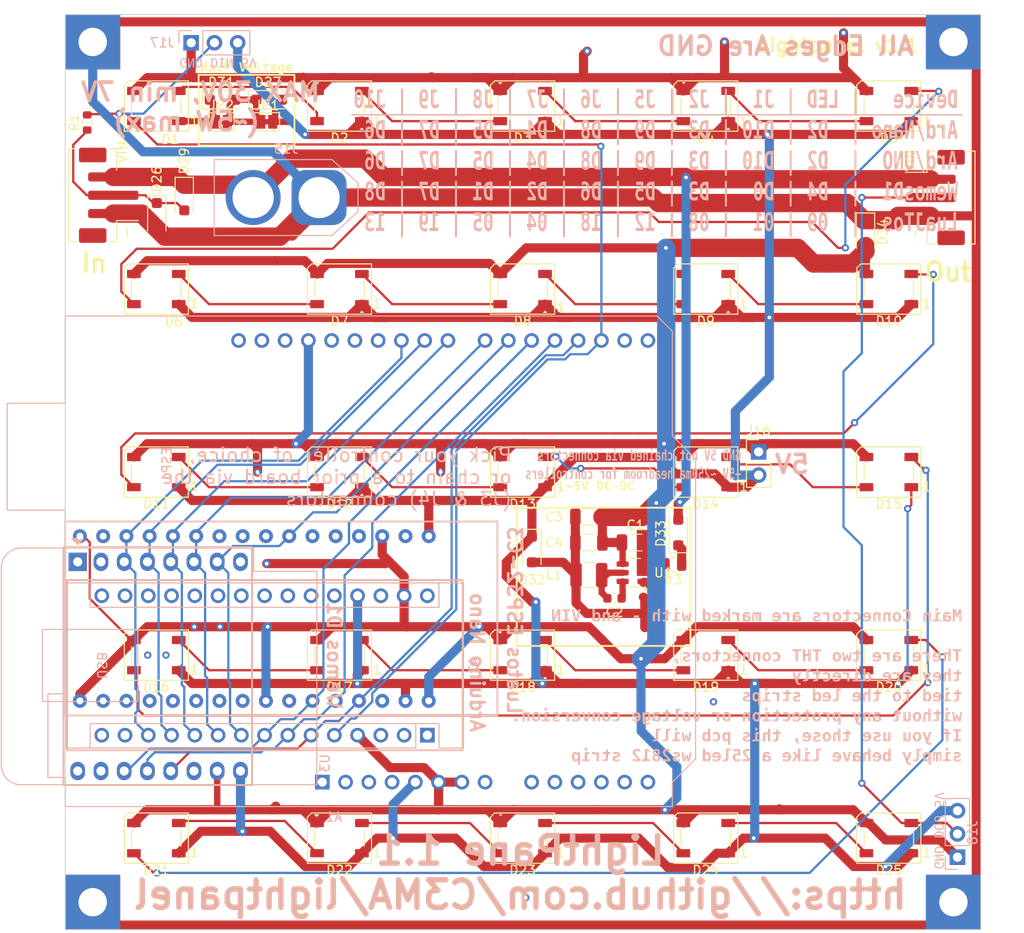
<source format=kicad_pcb>
(kicad_pcb
	(version 20240108)
	(generator "pcbnew")
	(generator_version "8.0")
	(general
		(thickness 1.6)
		(legacy_teardrops no)
	)
	(paper "A4")
	(layers
		(0 "F.Cu" signal)
		(31 "B.Cu" signal)
		(32 "B.Adhes" user "B.Adhesive")
		(33 "F.Adhes" user "F.Adhesive")
		(34 "B.Paste" user)
		(35 "F.Paste" user)
		(36 "B.SilkS" user "B.Silkscreen")
		(37 "F.SilkS" user "F.Silkscreen")
		(38 "B.Mask" user)
		(39 "F.Mask" user)
		(40 "Dwgs.User" user "User.Drawings")
		(41 "Cmts.User" user "User.Comments")
		(42 "Eco1.User" user "User.Eco1")
		(43 "Eco2.User" user "User.Eco2")
		(44 "Edge.Cuts" user)
		(45 "Margin" user)
		(46 "B.CrtYd" user "B.Courtyard")
		(47 "F.CrtYd" user "F.Courtyard")
		(48 "B.Fab" user)
		(49 "F.Fab" user)
		(50 "User.1" user)
		(51 "User.2" user)
		(52 "User.3" user)
		(53 "User.4" user)
		(54 "User.5" user)
		(55 "User.6" user)
		(56 "User.7" user)
		(57 "User.8" user)
		(58 "User.9" user)
	)
	(setup
		(stackup
			(layer "F.SilkS"
				(type "Top Silk Screen")
			)
			(layer "F.Paste"
				(type "Top Solder Paste")
			)
			(layer "F.Mask"
				(type "Top Solder Mask")
				(thickness 0.01)
			)
			(layer "F.Cu"
				(type "copper")
				(thickness 0.035)
			)
			(layer "dielectric 1"
				(type "core")
				(thickness 1.51)
				(material "FR4")
				(epsilon_r 4.5)
				(loss_tangent 0.02)
			)
			(layer "B.Cu"
				(type "copper")
				(thickness 0.035)
			)
			(layer "B.Mask"
				(type "Bottom Solder Mask")
				(thickness 0.01)
			)
			(layer "B.Paste"
				(type "Bottom Solder Paste")
			)
			(layer "B.SilkS"
				(type "Bottom Silk Screen")
			)
			(copper_finish "None")
			(dielectric_constraints no)
		)
		(pad_to_mask_clearance 0)
		(allow_soldermask_bridges_in_footprints no)
		(pcbplotparams
			(layerselection 0x00010fc_ffffffff)
			(plot_on_all_layers_selection 0x0000000_00000000)
			(disableapertmacros no)
			(usegerberextensions no)
			(usegerberattributes yes)
			(usegerberadvancedattributes yes)
			(creategerberjobfile yes)
			(dashed_line_dash_ratio 12.000000)
			(dashed_line_gap_ratio 3.000000)
			(svgprecision 6)
			(plotframeref no)
			(viasonmask no)
			(mode 1)
			(useauxorigin no)
			(hpglpennumber 1)
			(hpglpenspeed 20)
			(hpglpendiameter 15.000000)
			(pdf_front_fp_property_popups yes)
			(pdf_back_fp_property_popups yes)
			(dxfpolygonmode yes)
			(dxfimperialunits yes)
			(dxfusepcbnewfont yes)
			(psnegative no)
			(psa4output no)
			(plotreference yes)
			(plotvalue yes)
			(plotfptext yes)
			(plotinvisibletext no)
			(sketchpadsonfab no)
			(subtractmaskfromsilk no)
			(outputformat 1)
			(mirror no)
			(drillshape 0)
			(scaleselection 1)
			(outputdirectory "fabv4")
		)
	)
	(net 0 "")
	(net 1 "unconnected-(A1-NC-Pad1)")
	(net 2 "unconnected-(A1-IOREF-Pad2)")
	(net 3 "unconnected-(A1-~{RESET}-Pad3)")
	(net 4 "unconnected-(A1-3V3-Pad4)")
	(net 5 "unconnected-(A1-VIN-Pad8)")
	(net 6 "unconnected-(A1-A0-Pad9)")
	(net 7 "unconnected-(A1-A1-Pad10)")
	(net 8 "unconnected-(A1-A2-Pad11)")
	(net 9 "unconnected-(A1-A3-Pad12)")
	(net 10 "unconnected-(A1-SDA{slash}A4-Pad13)")
	(net 11 "unconnected-(A1-SCL{slash}A5-Pad14)")
	(net 12 "unconnected-(A1-D0{slash}RX-Pad15)")
	(net 13 "5V")
	(net 14 "GND")
	(net 15 "VIN")
	(net 16 "unconnected-(A1-D1{slash}TX-Pad16)")
	(net 17 "unconnected-(A1-D11-Pad26)")
	(net 18 "unconnected-(A1-D12-Pad27)")
	(net 19 "unconnected-(A1-D13-Pad28)")
	(net 20 "unconnected-(A1-AREF-Pad30)")
	(net 21 "unconnected-(A1-SDA{slash}A4-Pad31)")
	(net 22 "unconnected-(A1-SCL{slash}A5-Pad32)")
	(net 23 "unconnected-(A2-TX1-Pad1)")
	(net 24 "unconnected-(A2-RX1-Pad2)")
	(net 25 "unconnected-(A2-~{RESET}-Pad3)")
	(net 26 "unconnected-(A2-MOSI-Pad14)")
	(net 27 "unconnected-(A2-MISO-Pad15)")
	(net 28 "unconnected-(A2-SCK-Pad16)")
	(net 29 "unconnected-(A2-AREF-Pad18)")
	(net 30 "unconnected-(A2-A0-Pad19)")
	(net 31 "unconnected-(A2-A1-Pad20)")
	(net 32 "unconnected-(A2-A2-Pad21)")
	(net 33 "unconnected-(A2-A3-Pad22)")
	(net 34 "unconnected-(A2-SDA{slash}A4-Pad23)")
	(net 35 "unconnected-(A2-SCL{slash}A5-Pad24)")
	(net 36 "unconnected-(A2-A6-Pad25)")
	(net 37 "unconnected-(A2-A7-Pad26)")
	(net 38 "unconnected-(A2-~{RESET}-Pad28)")
	(net 39 "unconnected-(A2-VIN-Pad30)")
	(net 40 "Net-(U1-BST)")
	(net 41 "Net-(U1-SW)")
	(net 42 "Net-(D1-DOUT)")
	(net 43 "Net-(D2-DOUT)")
	(net 44 "Net-(D3-DOUT)")
	(net 45 "Net-(D4-DOUT)")
	(net 46 "Net-(D5-DOUT)")
	(net 47 "Net-(D6-DOUT)")
	(net 48 "Net-(D7-DOUT)")
	(net 49 "Net-(D8-DOUT)")
	(net 50 "Net-(D10-DIN)")
	(net 51 "Net-(D10-DOUT)")
	(net 52 "Net-(D11-DOUT)")
	(net 53 "Net-(D12-DOUT)")
	(net 54 "Net-(D13-DOUT)")
	(net 55 "Net-(D14-DOUT)")
	(net 56 "Net-(D15-DOUT)")
	(net 57 "Net-(D16-DOUT)")
	(net 58 "Net-(D17-DOUT)")
	(net 59 "Net-(D18-DOUT)")
	(net 60 "Net-(D19-DOUT)")
	(net 61 "Net-(D20-DOUT)")
	(net 62 "Net-(D21-DOUT)")
	(net 63 "Net-(D22-DOUT)")
	(net 64 "Net-(D23-DOUT)")
	(net 65 "Net-(D24-DOUT)")
	(net 66 "LDumbOut")
	(net 67 "unconnected-(ESP1-IO00-Pad2)")
	(net 68 "Lin")
	(net 69 "LOut")
	(net 70 "Do1")
	(net 71 "Do2")
	(net 72 "Do3")
	(net 73 "Do4")
	(net 74 "Do5")
	(net 75 "Do6")
	(net 76 "Do7")
	(net 77 "unconnected-(ESP1-RX0-Pad8)")
	(net 78 "unconnected-(ESP1-TX0-Pad9)")
	(net 79 "LDumb")
	(net 80 "unconnected-(ESP1-NC-Pad11)")
	(net 81 "unconnected-(ESP1-EN-Pad12)")
	(net 82 "unconnected-(ESP1-3.3V-Pad13)")
	(net 83 "unconnected-(ESP1-PEB-Pad15)")
	(net 84 "unconnected-(A2-3V3-Pad17)")
	(net 85 "unconnected-(ESP1-IO02-Pad19)")
	(net 86 "unconnected-(ESP1-IO03-Pad20)")
	(net 87 "unconnected-(ESP1-IO10-Pad21)")
	(net 88 "unconnected-(ESP1-IO06-Pad22)")
	(net 89 "unconnected-(ESP1-IO07-Pad23)")
	(net 90 "unconnected-(ESP1-IO11-Pad24)")
	(net 91 "unconnected-(ESP1-3.3V-Pad26)")
	(net 92 "unconnected-(U3-~{RST}-Pad1)")
	(net 93 "unconnected-(U3-A0-Pad2)")
	(net 94 "unconnected-(U3-RX-Pad15)")
	(net 95 "unconnected-(U3-TX-Pad16)")
	(net 96 "Net-(U1-EN)")
	(net 97 "Net-(D1-VDD)")
	(net 98 "Net-(D27-K)")
	(net 99 "GND_IN")
	(net 100 "Net-(D33-K)")
	(net 101 "unconnected-(ESP1-3.3V-Pad18)")
	(net 102 "Net-(D32-A)")
	(net 103 "unconnected-(ESP1-IO09-Pad30)")
	(net 104 "unconnected-(U3-3V3-Pad8)")
	(net 105 "unconnected-(U3-D4-Pad11)")
	(footprint "Library:Solder_Screw_Mount" (layer "F.Cu") (at 53 147))
	(footprint "Diode_SMD:D_SOD-123F" (layer "F.Cu") (at 63 70 -90))
	(footprint "Capacitor_SMD:C_1206_3216Metric" (layer "F.Cu") (at 107.188 104.902))
	(footprint "Diode_SMD:D_SOD-123F" (layer "F.Cu") (at 116.95 106.6 90))
	(footprint "LED_SMD:LED_WS2812B_PLCC4_5.0x5.0mm_P3.2mm" (layer "F.Cu") (at 139.95 140 180))
	(footprint "Package_TO_SOT_SMD:TSOT-23-6" (layer "F.Cu") (at 112.014 110.998 180))
	(footprint "LED_SMD:LED_WS2812B_PLCC4_5.0x5.0mm_P3.2mm" (layer "F.Cu") (at 119.95 60 180))
	(footprint "Jumper:SolderJumper-2_P1.3mm_Bridged_Pad1.0x1.5mm" (layer "F.Cu") (at 67.056 61.722))
	(footprint "LED_SMD:LED_WS2812B_PLCC4_5.0x5.0mm_P3.2mm" (layer "F.Cu") (at 119.95 80 180))
	(footprint "LED_SMD:LED_WS2812B_PLCC4_5.0x5.0mm_P3.2mm" (layer "F.Cu") (at 139.95 120 180))
	(footprint "LED_SMD:LED_WS2812B_PLCC4_5.0x5.0mm_P3.2mm" (layer "F.Cu") (at 59.95 140 180))
	(footprint "Connector_JST:JST_PH_B3B-PH-SM4-TB_1x03-1MP_P2.00mm_Vertical" (layer "F.Cu") (at 54.75 69.75 90))
	(footprint "LED_SMD:LED_WS2812B_PLCC4_5.0x5.0mm_P3.2mm" (layer "F.Cu") (at 99.95 100 180))
	(footprint "Diode_SMD:D_SOD-123F" (layer "F.Cu") (at 60 72 -90))
	(footprint "LED_SMD:LED_WS2812B_PLCC4_5.0x5.0mm_P3.2mm" (layer "F.Cu") (at 99.95 140 180))
	(footprint "LED_SMD:LED_WS2812B_PLCC4_5.0x5.0mm_P3.2mm" (layer "F.Cu") (at 99.95 60 180))
	(footprint "LED_SMD:LED_WS2812B_PLCC4_5.0x5.0mm_P3.2mm" (layer "F.Cu") (at 139.95 100 180))
	(footprint "Diode_SMD:D_SOD-123F" (layer "F.Cu") (at 72.266 59.309))
	(footprint "Library:Solder_Screw_Mount" (layer "F.Cu") (at 147 147))
	(footprint "LED_SMD:LED_WS2812B_PLCC4_5.0x5.0mm_P3.2mm" (layer "F.Cu") (at 119.95 120 180))
	(footprint "LED_SMD:LED_WS2812B_PLCC4_5.0x5.0mm_P3.2mm" (layer "F.Cu") (at 79.95 60 180))
	(footprint "LED_SMD:LED_WS2812B_PLCC4_5.0x5.0mm_P3.2mm" (layer "F.Cu") (at 79.95 80 180))
	(footprint "Diode_SMD:D_SOD-123F" (layer "F.Cu") (at 137.4 73.9 -90))
	(footprint "Library:Solder_Screw_Mount" (layer "F.Cu") (at 53 53))
	(footprint "LED_SMD:LED_WS2812B_PLCC4_5.0x5.0mm_P3.2mm" (layer "F.Cu") (at 59.95 100 180))
	(footprint "LED_SMD:LED_WS2812B_PLCC4_5.0x5.0mm_P3.2mm" (layer "F.Cu") (at 59.95 60 180))
	(footprint "LED_SMD:LED_WS2812B_PLCC4_5.0x5.0mm_P3.2mm" (layer "F.Cu") (at 99.95 80 180))
	(footprint "LED_SMD:LED_WS2812B_PLCC4_5.0x5.0mm_P3.2mm" (layer "F.Cu") (at 119.95 100 180))
	(footprint "LED_SMD:LED_WS2812B_PLCC4_5.0x5.0mm_P3.2mm" (layer "F.Cu") (at 79.95 140 180))
	(footprint "Connector_JST:JST_PH_B3B-PH-SM4-TB_1x03-1MP_P2.00mm_Vertical" (layer "F.Cu") (at 145 70 -90))
	(footprint "Resistor_SMD:R_0805_2012Metric" (layer "F.Cu") (at 116.4125 110.1 180))
	(footprint "Connector_PinHeader_2.54mm:PinHeader_1x02_P2.54mm_Vertical" (layer "F.Cu") (at 125.73 97.79))
	(footprint "LED_SMD:LED_WS2812B_PLCC4_5.0x5.0mm_P3.2mm" (layer "F.Cu") (at 59.95 80 180))
	(footprint "Diode_SMD:D_SOD-123F"
		(layer "F.Cu")
		(uuid "99f7f4b3-7c3e-491a-96ed-ea24445cf2d6")
		(at 100.965 108.461 -90)
		(descr "D_SOD-123F")
		(tags "D_SOD-123F")
		(property "Reference" "D32"
			(at 3.299 0 180)
			(layer "F.SilkS")
			(uuid "d2545ace-03cd-46ed-9f58-97c403344557")
			(effects
				(font
					(size 1 1)
					(thickness 0.15)
				)
			)
		)
		(property "Value" "1A 5uA@1kV"
			(at 0 2.1 90)
			(layer "F.Fab")
			(uuid "1e53346a-1893-4871-9df5-f67eee9e6e38")
			(effects
				(font
					(size 1 1)
					(thickness 0.15)
				)
			)
		)
		(property "Footprint" "Diode_SMD:D_SOD-123F"
			(at 0 0 -90)
			(layer "F.Fab")
			(hide yes)
			(uuid "d226071a-ca68-4a64-a1fa-281126294309")
			(effects
				(font
					(size 1.27 1.27)
					(thickness 0.15)
				)
			)
		)
		(property "Datasheet" ""
			(at 0 0 -90)
			(layer "F.Fab")
			(hide yes)
			(uuid "f7d2f355-e620-408e-8ca1-afc24e0448fb")
			(effects
				(font
					(size 1.27 1.27)
					(thickness 0.15)
				)
			)
		)
		(property "Description" ""
			(at 0 0 -90)
			(layer "F.Fab")
			(hide yes)
			(uuid "9f8bbe72-4b1c-499e-9939-2457b0c6578e")
			(effects
				(font
					(size 1.27 1.27)
					(thickness 0.15)
				)
			)
		)
		(property "LCSC" "C64898"
			(at -7.496 209.426 0)
			(layer "F.Fab")
			(hide yes)
			(uuid "d08455f3-5557-4b54-98d2-634d324d9d61")
			(effects
				(font
					(size 1 1)
					(thickness 0.15)
				)
			)
		)
		(property "Sim.Device" "D"
			(at -7.496 209.426 0)
			(layer "F.Fab")
			(hide yes)
			(uuid "68d2f835-b949-4a7b-8f05-3f10042801cf")
			(effects
				(font
					(size 1 1)
					(thickness 0.15)
				)
			)
		)
		(property "Sim.Pins" "1=K 2=A"
			(at -7.496 209.426 0)
			(layer "F.Fab")
			(hide yes)
			(uuid "047293d3-359b-4a6e-a31c-ef1ea0d8337f")
			(effects
				(font
					(size 1 1)
					(thickness 0.15)
				)
			)
		)
		(property ki_fp_filters "TO-???* *_Diode_* *SingleDiode* D_*")
		(path "/fa8145dc-e9d8-4652-ab10-0c8092742c25")
		(sheetname "Root")
		(sheetfile "lig.kicad_sch")
		(attr smd)
		(fp_line
			(start -2.21 1)
			(end 1.65 1)
			(stroke
				(width 0.12)
				(type solid)
			)
			(layer "F.SilkS")
			(uuid "d2e775aa-ba22-4f85-9e85-2960f60bf2a4")
		)
		(fp_line
			(start -2.21 -1)
			(end -2.21 1)
			(stroke
				(width 0.12)
				(type solid)
			)
			(layer "F.SilkS")
			(uuid "3636f0f0-738d-41fa-85a0-89ce278cbeff")
		)
		(fp_line
			(start -2.21 -1)
			(end 1.65 -1)
			(stroke
				(width 0.12)
				(type solid)
			)
			(layer "F.SilkS")
			(uuid "ffa1f952-89bf-4455-8b1c-0e0990a7c567")
		)
		(fp_line
			(start 2.2 1.15)
			(end -2.2 1.15)
			(stroke
				(width 0.05)
				(type solid)
			)
			(layer "F.CrtYd")
			(uuid "7bb3ce8f-b52d-4a0f-b6da-0ac55d2ddabb")
		)
		(fp_line
			(start -2.2 -1.15)
			(end -2.2 1.15)
			(stroke
				(width 0.05)
				(type solid)
			)
			(layer "F.CrtYd")
			(uuid "1e6de3ab-4ba3-40c7-928b-7f7cd1d6bcbb")
		)
		(fp_line
			(start -2.2 -1.15)
			(end 2.2 -1.15)
			(stroke
				(width 0.05)
				(type solid)
			)
			(layer "F.CrtYd")
			(uuid "30734fa1-3226-407f-a00c-ace497405728")
		)
		(fp_line
			(start 2.2 -1.15)
			(end 2.2 1.15)
			(stroke
				(width 0.05)
				(type solid)
			)
			(layer "F.CrtYd")
			(uuid "2ae1610a-c7ae-4822-9258-44cdbe306df4")
		)
		(fp_line
			(start -1.4 0.9)
			(end -1.4 -0.9)
			(stroke
				(width 0.1)
				(type solid)
			)
			(layer "F.Fab")
			(uuid "e5092dd9-8736-4e59-a5e1-52f192d71201")
		)
		(fp_line
			(start 1.4 0.9)
			(end -1.4 0.9)
			(stroke
				(width 0.1)
				(type solid)
			)
			(layer "F.Fab")
			(uuid "80dde30a-07b7-481e-80c4-beb53ad255fe")
		)
		(fp_line
			(start 0.25 0.4)
			(end -0.35 0)
			(stroke
				(width 0.1)
				(type solid)
			)
			(layer "F.Fab")
			(uuid "0b8a5fa9-ee37-4a37-b1a9-1a9e9ea7ab6b")
		)
		(fp_line
			(start -0.75 0)
			(end -0.35 0)
			(stroke
				(width 0.1)
				(type solid)
			)
			(layer "F.Fab")
			(uuid "003bbe8d-bf76-413b-9518-3fb06cb2276f")
		)
		(fp_line
			(start -0.35 0)
			(end -0.35 0.55)
			(stroke
				(width 0.1)
				(type solid)
			)
			(layer "F.Fab")
			(uuid "11e47016-bf38-4e06-881f-115b0cb93e16")
		)
		(fp_line
			(start -0.35 0)
			(end 0.25 -0.4)
			(stroke
				(width 0.1)
				(type solid)
			)
			(layer "F.Fab")
			(uuid "0cfced45-2b25-4153-9136-da477a702b08")
		)
		(fp_line
			
... [1005699 chars truncated]
</source>
